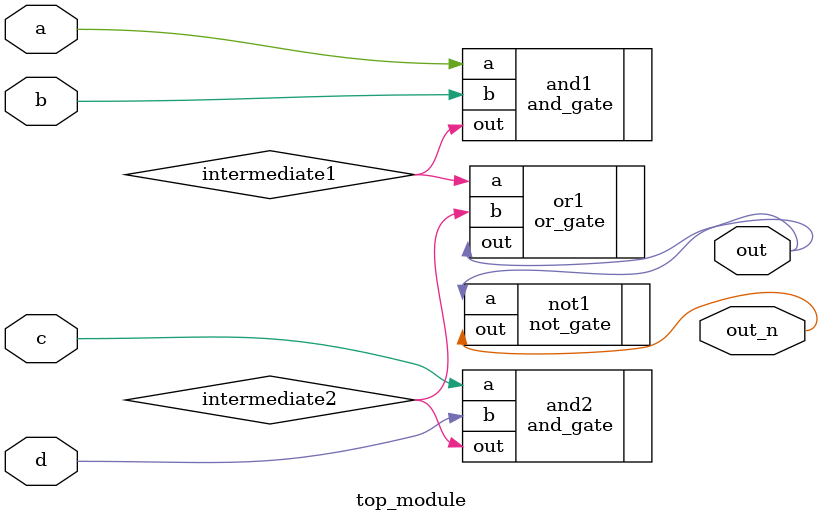
<source format=sv>
module top_module (
	input a,
	input b,
	input c,
	input d,
	output out,
	output out_n );
	
	wire intermediate1;
	wire intermediate2;
	
	and_gate and1 (.a(a), .b(b), .out(intermediate1));
	and_gate and2 (.a(c), .b(d), .out(intermediate2));
	
	or_gate or1 (.a(intermediate1), .b(intermediate2), .out(out));
	not_gate not1 (.a(out), .out(out_n));
	
endmodule

</source>
